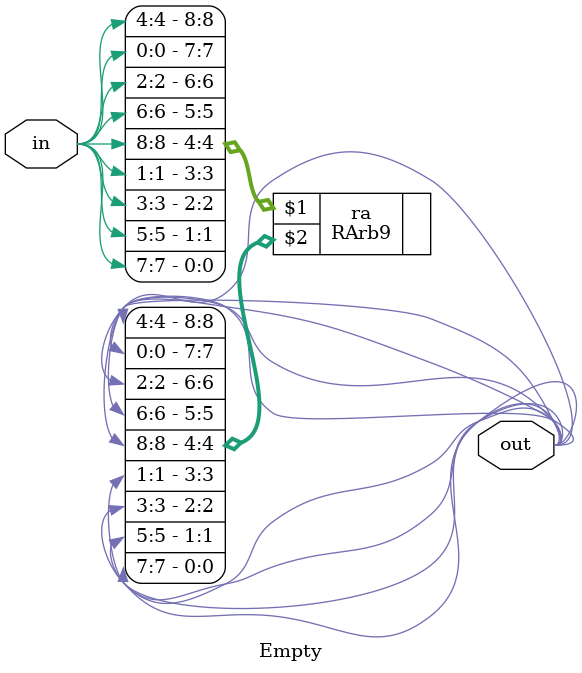
<source format=sv>
module Empty (in, out);
   
   input logic [8:0]  in;
   
   output logic [8:0] out;

   // The input vector is permuted, using a concatenation statement,
   // to give the priority order we want (middle first, then corners,
   // then edges).   
   RArb9 ra ({in[4], in[0], in[2], in[6], in[8], in[1], in[3], in[5], in[7]},
	     {out[4], out[0], out[2], out[6], out[8], out[1], out[3], out[5], out[7]});

endmodule // Empty

</source>
